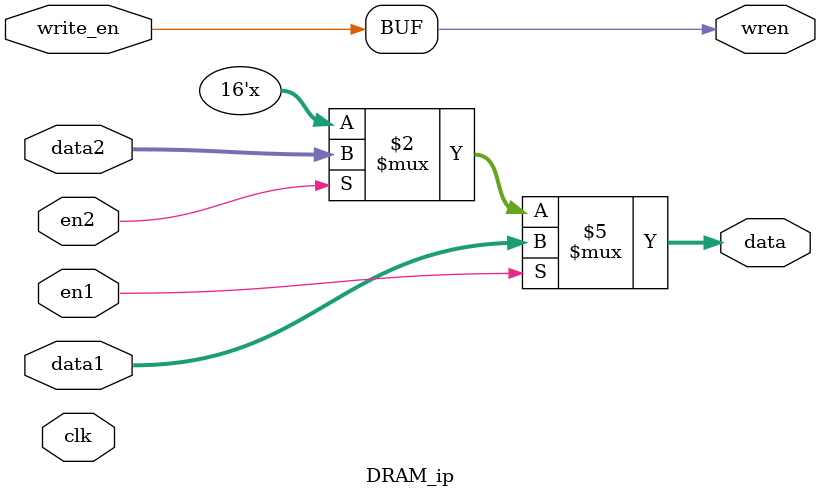
<source format=v>
module DRAM_ip (
	input clk,
	input en1,en2,write_en,
	input [15:0] data1,data2,//data3,data4,
	output reg [15:0] data,
	output reg wren
	);
	
	always @ (*)
		begin
			wren <= write_en;
			if (en1)
				data <= data1;
			else if (en2)
				data <= data2;
//			else if (en3)
//				data <= data3;
//			else if (en4)
//				data <= data4;
		end 
endmodule 
</source>
